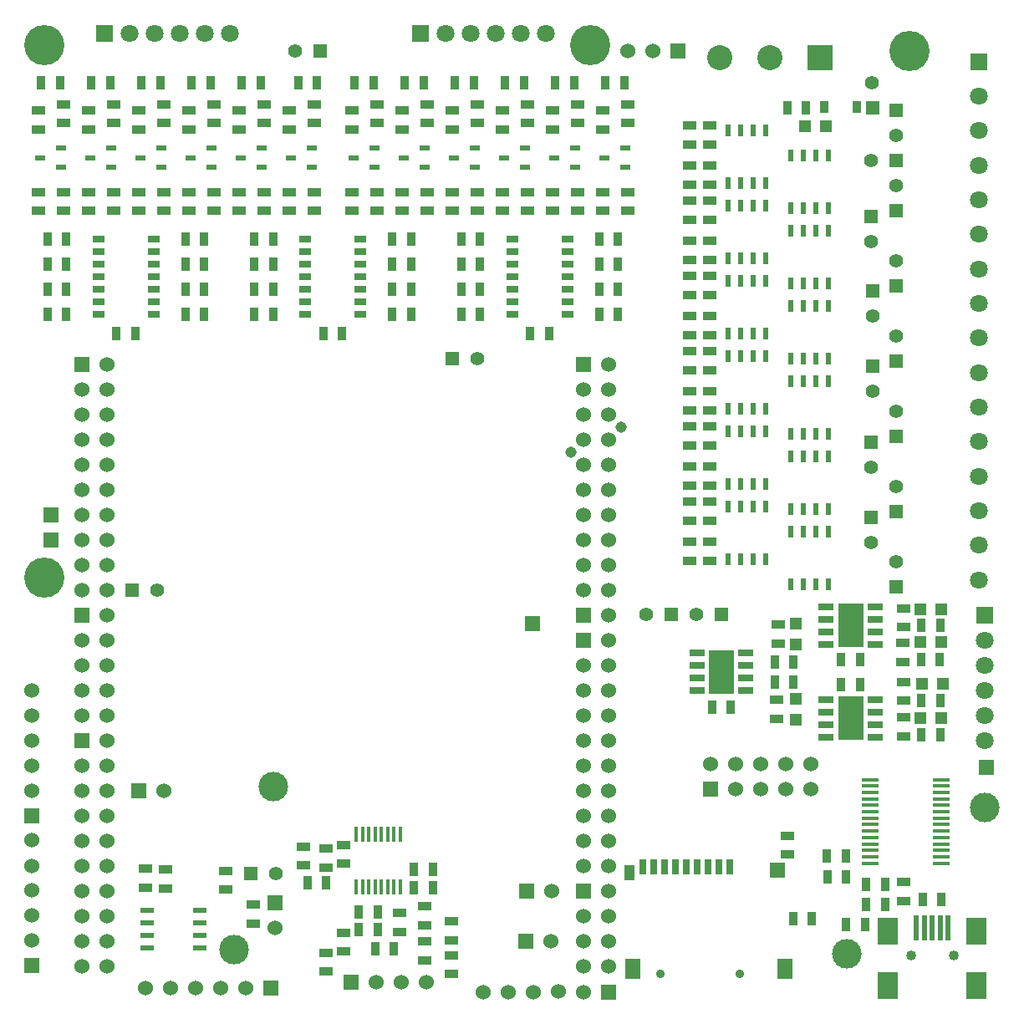
<source format=gts>
G04 (created by PCBNEW (2013-07-07 BZR 4022)-stable) date 31/03/2014 14:52:45*
%MOIN*%
G04 Gerber Fmt 3.4, Leading zero omitted, Abs format*
%FSLAX34Y34*%
G01*
G70*
G90*
G04 APERTURE LIST*
%ADD10C,0.00590551*%
%ADD11R,0.06X0.06*%
%ADD12C,0.06*%
%ADD13R,0.035X0.055*%
%ADD14R,0.055X0.035*%
%ADD15R,0.0177X0.059*%
%ADD16R,0.0394X0.0236*%
%ADD17R,0.05X0.025*%
%ADD18R,0.055X0.055*%
%ADD19C,0.055*%
%ADD20C,0.16*%
%ADD21R,0.0708661X0.0708661*%
%ADD22C,0.0708661*%
%ADD23R,0.065X0.016*%
%ADD24R,0.02X0.1*%
%ADD25R,0.0787402X0.11*%
%ADD26C,0.04*%
%ADD27R,0.03X0.06*%
%ADD28R,0.04X0.06*%
%ADD29R,0.06X0.08*%
%ADD30C,0.035*%
%ADD31C,0.11811*%
%ADD32R,0.02X0.045*%
%ADD33R,0.1X0.1*%
%ADD34C,0.1*%
%ADD35R,0.038X0.05*%
%ADD36R,0.0472X0.0472*%
%ADD37C,0.045*%
%ADD38R,0.0551X0.0236*%
%ADD39R,0.1X0.175*%
%ADD40R,0.06X0.03*%
G04 APERTURE END LIST*
G54D10*
G54D11*
X70000Y-71000D03*
G54D12*
X71000Y-71000D03*
X70000Y-72000D03*
X71000Y-72000D03*
X70000Y-73000D03*
X71000Y-73000D03*
X70000Y-74000D03*
X71000Y-74000D03*
G54D11*
X50000Y-60000D03*
G54D12*
X51000Y-60000D03*
X50000Y-61000D03*
X51000Y-61000D03*
X50000Y-62000D03*
X51000Y-62000D03*
X50000Y-63000D03*
X51000Y-63000D03*
X50000Y-64000D03*
X51000Y-64000D03*
G54D11*
X70000Y-60000D03*
G54D12*
X71000Y-60000D03*
G54D11*
X50000Y-64984D03*
G54D12*
X51000Y-64984D03*
X50000Y-65984D03*
X51000Y-65984D03*
X50000Y-66984D03*
X51000Y-66984D03*
X50000Y-67984D03*
X51000Y-67984D03*
X50000Y-68984D03*
X51000Y-68984D03*
X50000Y-69984D03*
X51000Y-69984D03*
X50000Y-70984D03*
X51000Y-70984D03*
X50000Y-71984D03*
X51000Y-71984D03*
X50000Y-72984D03*
X51000Y-72984D03*
X50000Y-73984D03*
X51000Y-73984D03*
G54D11*
X48000Y-73950D03*
G54D12*
X48000Y-72950D03*
X48000Y-71950D03*
X48000Y-70950D03*
X48000Y-70000D03*
X48000Y-68950D03*
G54D11*
X48000Y-68000D03*
G54D12*
X48000Y-67000D03*
X48000Y-66000D03*
X48000Y-65000D03*
X48000Y-64000D03*
X48000Y-63000D03*
G54D11*
X57525Y-74850D03*
G54D12*
X56525Y-74850D03*
X55525Y-74850D03*
X54525Y-74850D03*
X53525Y-74850D03*
X52525Y-74850D03*
G54D11*
X67725Y-71000D03*
G54D12*
X68725Y-71000D03*
G54D11*
X67700Y-73000D03*
G54D12*
X68700Y-73000D03*
G54D11*
X52274Y-67000D03*
G54D12*
X53274Y-67000D03*
G54D11*
X71000Y-75025D03*
G54D12*
X70000Y-75025D03*
X69000Y-75000D03*
X68000Y-75025D03*
X67000Y-75025D03*
X66000Y-75025D03*
G54D11*
X86050Y-66050D03*
G54D13*
X63241Y-70128D03*
X63991Y-70128D03*
X61041Y-72528D03*
X61791Y-72528D03*
G54D14*
X60416Y-69903D03*
X60416Y-69153D03*
X64716Y-74303D03*
X64716Y-73553D03*
X63666Y-73753D03*
X63666Y-73003D03*
G54D13*
X61691Y-73303D03*
X62441Y-73303D03*
G54D14*
X59716Y-74203D03*
X59716Y-73453D03*
X64716Y-72953D03*
X64716Y-72203D03*
X63666Y-72353D03*
X63666Y-71603D03*
X62666Y-72628D03*
X62666Y-71878D03*
X60416Y-73403D03*
X60416Y-72653D03*
G54D13*
X63991Y-70878D03*
X63241Y-70878D03*
X61041Y-71828D03*
X61791Y-71828D03*
G54D14*
X58825Y-69975D03*
X58825Y-69225D03*
X59716Y-69303D03*
X59716Y-70053D03*
G54D15*
X62691Y-68719D03*
X62441Y-68719D03*
X62191Y-68719D03*
X61941Y-68719D03*
X61691Y-68719D03*
X61441Y-68719D03*
X61191Y-68719D03*
X60941Y-68719D03*
X60941Y-70837D03*
X61191Y-70837D03*
X61441Y-70837D03*
X61691Y-70837D03*
X61941Y-70837D03*
X62191Y-70837D03*
X62441Y-70837D03*
X62691Y-70837D03*
G54D11*
X60716Y-74628D03*
G54D12*
X61716Y-74628D03*
X62716Y-74628D03*
X63716Y-74628D03*
G54D13*
X59741Y-70678D03*
X58991Y-70678D03*
G54D11*
X73750Y-37500D03*
G54D12*
X72750Y-37500D03*
X71750Y-37500D03*
G54D16*
X53166Y-42125D03*
X52334Y-41750D03*
X53166Y-41375D03*
X67666Y-42125D03*
X66834Y-41750D03*
X67666Y-41375D03*
X65666Y-42125D03*
X64834Y-41750D03*
X65666Y-41375D03*
X51166Y-42125D03*
X50334Y-41750D03*
X51166Y-41375D03*
X55166Y-42125D03*
X54334Y-41750D03*
X55166Y-41375D03*
X49166Y-42125D03*
X48334Y-41750D03*
X49166Y-41375D03*
X59166Y-42125D03*
X58334Y-41750D03*
X59166Y-41375D03*
X57166Y-42125D03*
X56334Y-41750D03*
X57166Y-41375D03*
X63666Y-42125D03*
X62834Y-41750D03*
X63666Y-41375D03*
X61666Y-42125D03*
X60834Y-41750D03*
X61666Y-41375D03*
G54D17*
X52850Y-48000D03*
X52850Y-47500D03*
X52850Y-47000D03*
X52850Y-46500D03*
X52850Y-46000D03*
X52850Y-45500D03*
X52850Y-45000D03*
X50650Y-45000D03*
X50650Y-45500D03*
X50650Y-46000D03*
X50650Y-46500D03*
X50650Y-47000D03*
X50650Y-47500D03*
X50650Y-48000D03*
X61100Y-48000D03*
X61100Y-47500D03*
X61100Y-47000D03*
X61100Y-46500D03*
X61100Y-46000D03*
X61100Y-45500D03*
X61100Y-45000D03*
X58900Y-45000D03*
X58900Y-45500D03*
X58900Y-46000D03*
X58900Y-46500D03*
X58900Y-47000D03*
X58900Y-47500D03*
X58900Y-48000D03*
X69350Y-48000D03*
X69350Y-47500D03*
X69350Y-47000D03*
X69350Y-46500D03*
X69350Y-46000D03*
X69350Y-45500D03*
X69350Y-45000D03*
X67150Y-45000D03*
X67150Y-45500D03*
X67150Y-46000D03*
X67150Y-46500D03*
X67150Y-47000D03*
X67150Y-47500D03*
X67150Y-48000D03*
G54D16*
X69666Y-42125D03*
X68834Y-41750D03*
X69666Y-41375D03*
X71666Y-42125D03*
X70834Y-41750D03*
X71666Y-41375D03*
G54D11*
X48750Y-57000D03*
X48750Y-56000D03*
G54D18*
X59500Y-37500D03*
G54D19*
X58500Y-37500D03*
G54D18*
X64750Y-49750D03*
G54D19*
X65750Y-49750D03*
G54D18*
X52000Y-59000D03*
G54D19*
X53000Y-59000D03*
G54D13*
X52125Y-48750D03*
X51375Y-48750D03*
X67875Y-48750D03*
X68625Y-48750D03*
X60375Y-48750D03*
X59625Y-48750D03*
X48625Y-47000D03*
X49375Y-47000D03*
X49375Y-48000D03*
X48625Y-48000D03*
X49125Y-38750D03*
X48375Y-38750D03*
X48625Y-46000D03*
X49375Y-46000D03*
X49375Y-45000D03*
X48625Y-45000D03*
X51125Y-38750D03*
X50375Y-38750D03*
X54875Y-46000D03*
X54125Y-46000D03*
X54125Y-45000D03*
X54875Y-45000D03*
X53125Y-38750D03*
X52375Y-38750D03*
X55125Y-38750D03*
X54375Y-38750D03*
X54125Y-48000D03*
X54875Y-48000D03*
X54875Y-47000D03*
X54125Y-47000D03*
G54D14*
X48250Y-43125D03*
X48250Y-43875D03*
X49250Y-39625D03*
X49250Y-40375D03*
X51250Y-43125D03*
X51250Y-43875D03*
X49250Y-43125D03*
X49250Y-43875D03*
X50250Y-43125D03*
X50250Y-43875D03*
X51250Y-39625D03*
X51250Y-40375D03*
X52250Y-43125D03*
X52250Y-43875D03*
X53250Y-39625D03*
X53250Y-40375D03*
X54250Y-43125D03*
X54250Y-43875D03*
X55250Y-39625D03*
X55250Y-40375D03*
G54D13*
X56875Y-47000D03*
X57625Y-47000D03*
G54D14*
X59250Y-39625D03*
X59250Y-40375D03*
X58250Y-43125D03*
X58250Y-43875D03*
X57250Y-39625D03*
X57250Y-40375D03*
X56250Y-43125D03*
X56250Y-43875D03*
X50250Y-39875D03*
X50250Y-40625D03*
X48250Y-39875D03*
X48250Y-40625D03*
G54D13*
X57125Y-38750D03*
X56375Y-38750D03*
X57625Y-48000D03*
X56875Y-48000D03*
X65125Y-47000D03*
X65875Y-47000D03*
X65875Y-48000D03*
X65125Y-48000D03*
X65625Y-38750D03*
X64875Y-38750D03*
X67625Y-38750D03*
X66875Y-38750D03*
X65875Y-45000D03*
X65125Y-45000D03*
X65125Y-46000D03*
X65875Y-46000D03*
G54D14*
X64750Y-43125D03*
X64750Y-43875D03*
X65750Y-43125D03*
X65750Y-43875D03*
X65750Y-39625D03*
X65750Y-40375D03*
X66750Y-43125D03*
X66750Y-43875D03*
X67750Y-43125D03*
X67750Y-43875D03*
X67750Y-39625D03*
X67750Y-40375D03*
X53250Y-43125D03*
X53250Y-43875D03*
X55250Y-43125D03*
X55250Y-43875D03*
X57250Y-43125D03*
X57250Y-43875D03*
X59250Y-43125D03*
X59250Y-43875D03*
G54D13*
X59375Y-38750D03*
X58625Y-38750D03*
G54D14*
X63750Y-43125D03*
X63750Y-43875D03*
X61750Y-43125D03*
X61750Y-43875D03*
G54D13*
X62375Y-45000D03*
X63125Y-45000D03*
X63125Y-46000D03*
X62375Y-46000D03*
G54D14*
X63750Y-39625D03*
X63750Y-40375D03*
X62750Y-43125D03*
X62750Y-43875D03*
X61750Y-39625D03*
X61750Y-40375D03*
X60750Y-43125D03*
X60750Y-43875D03*
G54D13*
X63125Y-47000D03*
X62375Y-47000D03*
X62375Y-48000D03*
X63125Y-48000D03*
X63625Y-38750D03*
X62875Y-38750D03*
X61625Y-38750D03*
X60875Y-38750D03*
G54D14*
X52250Y-39875D03*
X52250Y-40625D03*
X54250Y-39875D03*
X54250Y-40625D03*
X56250Y-39875D03*
X56250Y-40625D03*
X58250Y-39875D03*
X58250Y-40625D03*
X66750Y-39875D03*
X66750Y-40625D03*
X64750Y-39875D03*
X64750Y-40625D03*
X62750Y-39875D03*
X62750Y-40625D03*
X60750Y-39875D03*
X60750Y-40625D03*
G54D13*
X57625Y-45000D03*
X56875Y-45000D03*
X56875Y-46000D03*
X57625Y-46000D03*
X71375Y-46000D03*
X70625Y-46000D03*
X70625Y-45000D03*
X71375Y-45000D03*
X69625Y-38750D03*
X68875Y-38750D03*
X71625Y-38750D03*
X70875Y-38750D03*
X70625Y-48000D03*
X71375Y-48000D03*
X71375Y-47000D03*
X70625Y-47000D03*
G54D14*
X68750Y-43125D03*
X68750Y-43875D03*
X69750Y-43125D03*
X69750Y-43875D03*
X69750Y-39625D03*
X69750Y-40375D03*
X70750Y-43125D03*
X70750Y-43875D03*
X71750Y-43125D03*
X71750Y-43875D03*
X71750Y-39625D03*
X71750Y-40375D03*
X70750Y-39875D03*
X70750Y-40625D03*
X68750Y-39875D03*
X68750Y-40625D03*
G54D11*
X50000Y-49984D03*
G54D12*
X51000Y-49984D03*
X50000Y-50984D03*
X51000Y-50984D03*
X50000Y-51984D03*
X51000Y-51984D03*
X50000Y-52984D03*
X51000Y-52984D03*
X50000Y-53984D03*
X51000Y-53984D03*
X50000Y-54984D03*
X51000Y-54984D03*
X50000Y-55984D03*
X51000Y-55984D03*
X50000Y-56984D03*
X51000Y-56984D03*
X50000Y-57984D03*
X51000Y-57984D03*
X50000Y-58984D03*
X51000Y-58984D03*
G54D20*
X70250Y-37250D03*
X48500Y-58500D03*
X48500Y-37250D03*
G54D21*
X63500Y-36800D03*
G54D22*
X64500Y-36800D03*
X65500Y-36800D03*
X66500Y-36800D03*
X67500Y-36800D03*
X68500Y-36800D03*
G54D21*
X50900Y-36800D03*
G54D22*
X51900Y-36800D03*
X52900Y-36800D03*
X53900Y-36800D03*
X54900Y-36800D03*
X55900Y-36800D03*
G54D13*
X81275Y-71518D03*
X82025Y-71518D03*
G54D14*
X82750Y-71393D03*
X82750Y-70643D03*
G54D13*
X83525Y-71318D03*
X84275Y-71318D03*
X80475Y-70418D03*
X79725Y-70418D03*
X79699Y-69592D03*
X80449Y-69592D03*
X81275Y-70718D03*
X82025Y-70718D03*
X81225Y-72318D03*
X80475Y-72318D03*
G54D23*
X81433Y-68090D03*
X81433Y-68346D03*
X81433Y-68602D03*
X81433Y-68858D03*
X84267Y-67322D03*
X81433Y-67322D03*
X81433Y-67578D03*
X81433Y-67834D03*
X84267Y-69114D03*
X84267Y-68858D03*
X84267Y-68602D03*
X84267Y-68346D03*
X84267Y-68090D03*
X84267Y-67834D03*
X81433Y-69114D03*
X84267Y-67578D03*
X84267Y-67066D03*
X84267Y-66811D03*
X84267Y-66555D03*
X81433Y-66555D03*
X81433Y-66811D03*
X81433Y-67066D03*
X81433Y-69370D03*
X81433Y-69625D03*
X81433Y-69881D03*
X84267Y-69881D03*
X84267Y-69625D03*
X84267Y-69370D03*
G54D11*
X70000Y-60984D03*
G54D12*
X71000Y-60984D03*
X70000Y-61984D03*
X71000Y-61984D03*
X70000Y-62984D03*
X71000Y-62984D03*
X70000Y-63984D03*
X71000Y-63984D03*
X70000Y-64984D03*
X71000Y-64984D03*
X70000Y-65984D03*
X71000Y-65984D03*
X70000Y-66984D03*
X71000Y-66984D03*
X70000Y-67984D03*
X71000Y-67984D03*
X70000Y-68984D03*
X71000Y-68984D03*
X70000Y-69984D03*
X71000Y-69984D03*
G54D11*
X75050Y-66918D03*
G54D12*
X75050Y-65918D03*
X76050Y-66918D03*
X76050Y-65918D03*
X77050Y-66918D03*
X77050Y-65918D03*
X78050Y-66918D03*
X78050Y-65918D03*
X79050Y-66918D03*
X79050Y-65918D03*
G54D11*
X67969Y-60344D03*
G54D13*
X79100Y-72092D03*
X78350Y-72092D03*
G54D14*
X78125Y-69543D03*
X78125Y-68793D03*
G54D24*
X83270Y-72468D03*
X83585Y-72468D03*
X83900Y-72468D03*
X84214Y-72468D03*
X84529Y-72468D03*
G54D25*
X82128Y-74749D03*
X85671Y-74749D03*
X82128Y-72583D03*
X85671Y-72583D03*
G54D26*
X83050Y-73568D03*
X84750Y-73568D03*
G54D27*
X75832Y-70018D03*
X75399Y-70018D03*
X74966Y-70018D03*
X74533Y-70018D03*
X74100Y-70018D03*
X73666Y-70018D03*
X73233Y-70018D03*
X72800Y-70018D03*
X72367Y-70018D03*
G54D28*
X71837Y-70254D03*
G54D29*
X71974Y-74101D03*
X78037Y-74101D03*
G54D11*
X77714Y-70172D03*
G54D30*
X73076Y-74309D03*
X76225Y-74309D03*
G54D31*
X80500Y-73492D03*
X86000Y-67650D03*
G54D22*
X85750Y-58584D03*
X85750Y-57206D03*
G54D21*
X85750Y-37915D03*
G54D22*
X85750Y-39293D03*
X85750Y-40671D03*
X85750Y-42049D03*
X85750Y-43427D03*
X85750Y-44805D03*
X85750Y-46183D03*
X85750Y-47561D03*
X85750Y-48938D03*
X85750Y-50316D03*
X85750Y-51694D03*
X85750Y-53072D03*
X85750Y-54450D03*
X85750Y-55828D03*
G54D11*
X70000Y-49984D03*
G54D12*
X71000Y-49984D03*
X70000Y-50984D03*
X71000Y-50984D03*
X70000Y-51984D03*
X71000Y-51984D03*
X70000Y-52984D03*
X71000Y-52984D03*
X70000Y-53984D03*
X71000Y-53984D03*
X70000Y-54984D03*
X71000Y-54984D03*
X70000Y-55984D03*
X71000Y-55984D03*
X70000Y-56984D03*
X71000Y-56984D03*
X70000Y-57984D03*
X71000Y-57984D03*
X70000Y-58984D03*
X71000Y-58984D03*
G54D14*
X74225Y-40475D03*
X74225Y-41225D03*
X74225Y-42075D03*
X74225Y-42825D03*
X74225Y-43475D03*
X74225Y-44225D03*
X74225Y-45075D03*
X74225Y-45825D03*
X74225Y-46475D03*
X74225Y-47225D03*
X74225Y-48075D03*
X74225Y-48825D03*
G54D18*
X81474Y-53100D03*
G54D19*
X81474Y-54100D03*
G54D18*
X81474Y-44100D03*
G54D19*
X81474Y-45100D03*
G54D18*
X82474Y-52850D03*
G54D19*
X82474Y-51850D03*
G54D18*
X82474Y-43850D03*
G54D19*
X82474Y-42850D03*
G54D18*
X81525Y-50050D03*
G54D19*
X81525Y-51050D03*
G54D18*
X82474Y-39850D03*
G54D19*
X82474Y-40850D03*
G54D14*
X75025Y-47225D03*
X75025Y-46475D03*
X75025Y-48825D03*
X75025Y-48075D03*
X75025Y-44225D03*
X75025Y-43475D03*
X75025Y-45825D03*
X75025Y-45075D03*
X75025Y-42825D03*
X75025Y-42075D03*
X75025Y-41225D03*
X75025Y-40475D03*
G54D32*
X77275Y-48750D03*
X77275Y-46650D03*
X76775Y-48750D03*
X76275Y-48750D03*
X75775Y-48750D03*
X76775Y-46650D03*
X76275Y-46650D03*
X75775Y-46650D03*
X79775Y-49750D03*
X79775Y-47650D03*
X79275Y-49750D03*
X78775Y-49750D03*
X78275Y-49750D03*
X79275Y-47650D03*
X78775Y-47650D03*
X78275Y-47650D03*
X77275Y-45750D03*
X77275Y-43650D03*
X76775Y-45750D03*
X76275Y-45750D03*
X75775Y-45750D03*
X76775Y-43650D03*
X76275Y-43650D03*
X75775Y-43650D03*
X79775Y-43750D03*
X79775Y-41650D03*
X79275Y-43750D03*
X78775Y-43750D03*
X78275Y-43750D03*
X79275Y-41650D03*
X78775Y-41650D03*
X78275Y-41650D03*
X77275Y-42750D03*
X77275Y-40650D03*
X76775Y-42750D03*
X76275Y-42750D03*
X75775Y-42750D03*
X76775Y-40650D03*
X76275Y-40650D03*
X75775Y-40650D03*
X79775Y-46750D03*
X79775Y-44650D03*
X79275Y-46750D03*
X78775Y-46750D03*
X78275Y-46750D03*
X79275Y-44650D03*
X78775Y-44650D03*
X78275Y-44650D03*
X77275Y-54750D03*
X77275Y-52650D03*
X76775Y-54750D03*
X76275Y-54750D03*
X75775Y-54750D03*
X76775Y-52650D03*
X76275Y-52650D03*
X75775Y-52650D03*
X79775Y-58750D03*
X79775Y-56650D03*
X79275Y-58750D03*
X78775Y-58750D03*
X78275Y-58750D03*
X79275Y-56650D03*
X78775Y-56650D03*
X78275Y-56650D03*
X77275Y-57750D03*
X77275Y-55650D03*
X76775Y-57750D03*
X76275Y-57750D03*
X75775Y-57750D03*
X76775Y-55650D03*
X76275Y-55650D03*
X75775Y-55650D03*
X79775Y-55750D03*
X79775Y-53650D03*
X79275Y-55750D03*
X78775Y-55750D03*
X78275Y-55750D03*
X79275Y-53650D03*
X78775Y-53650D03*
X78275Y-53650D03*
X77275Y-51750D03*
X77275Y-49650D03*
X76775Y-51750D03*
X76275Y-51750D03*
X75775Y-51750D03*
X76775Y-49650D03*
X76275Y-49650D03*
X75775Y-49650D03*
X79775Y-52750D03*
X79775Y-50650D03*
X79275Y-52750D03*
X78775Y-52750D03*
X78275Y-52750D03*
X79275Y-50650D03*
X78775Y-50650D03*
X78275Y-50650D03*
G54D14*
X75025Y-57825D03*
X75025Y-57075D03*
X75025Y-56225D03*
X75025Y-55475D03*
X75025Y-53225D03*
X75025Y-52475D03*
X75025Y-54825D03*
X75025Y-54075D03*
X75025Y-50225D03*
X75025Y-49475D03*
X75025Y-51825D03*
X75025Y-51075D03*
G54D33*
X79425Y-37775D03*
G54D34*
X77425Y-37775D03*
X75425Y-37775D03*
G54D35*
X79610Y-39740D03*
X80900Y-39740D03*
G54D13*
X78125Y-39750D03*
X78875Y-39750D03*
G54D36*
X78837Y-40500D03*
X79663Y-40500D03*
G54D18*
X82474Y-46850D03*
G54D19*
X82474Y-45850D03*
G54D18*
X82474Y-55850D03*
G54D19*
X82474Y-54850D03*
G54D18*
X81525Y-47050D03*
G54D19*
X81525Y-48050D03*
G54D18*
X81474Y-56100D03*
G54D19*
X81474Y-57100D03*
G54D18*
X82474Y-49850D03*
G54D19*
X82474Y-48850D03*
G54D18*
X82474Y-58850D03*
G54D19*
X82474Y-57850D03*
G54D18*
X81525Y-39750D03*
G54D19*
X81500Y-38750D03*
G54D18*
X82474Y-41850D03*
G54D19*
X81474Y-41850D03*
G54D14*
X74225Y-49475D03*
X74225Y-50225D03*
X74225Y-51075D03*
X74225Y-51825D03*
X74225Y-52475D03*
X74225Y-53225D03*
X74225Y-54075D03*
X74225Y-54825D03*
X74225Y-55475D03*
X74225Y-56225D03*
X74225Y-57075D03*
X74225Y-57825D03*
G54D37*
X69500Y-53500D03*
X71500Y-52500D03*
G54D20*
X83000Y-37500D03*
G54D14*
X53337Y-70131D03*
X53337Y-70881D03*
X52512Y-70856D03*
X52512Y-70106D03*
X55737Y-70931D03*
X55737Y-70181D03*
G54D11*
X57688Y-71456D03*
G54D12*
X57688Y-72456D03*
G54D38*
X54687Y-71756D03*
X52587Y-71756D03*
X54687Y-72256D03*
X54687Y-72756D03*
X54687Y-73256D03*
X52587Y-72256D03*
X52587Y-72756D03*
X52587Y-73256D03*
G54D18*
X56712Y-70281D03*
G54D19*
X57712Y-70281D03*
G54D14*
X56812Y-71531D03*
X56812Y-72281D03*
G54D31*
X57637Y-66837D03*
X56062Y-73331D03*
G54D39*
X75500Y-62250D03*
G54D40*
X76475Y-63000D03*
X76475Y-62500D03*
X76475Y-62000D03*
X76475Y-61500D03*
X74525Y-63000D03*
X74525Y-62500D03*
X74525Y-62000D03*
X74525Y-61500D03*
G54D39*
X80650Y-64100D03*
G54D40*
X81625Y-64850D03*
X81625Y-64350D03*
X81625Y-63850D03*
X81625Y-63350D03*
X79675Y-64850D03*
X79675Y-64350D03*
X79675Y-63850D03*
X79675Y-63350D03*
G54D39*
X80650Y-60400D03*
G54D40*
X81625Y-61150D03*
X81625Y-60650D03*
X81625Y-60150D03*
X81625Y-59650D03*
X79675Y-61150D03*
X79675Y-60650D03*
X79675Y-60150D03*
X79675Y-59650D03*
G54D14*
X77700Y-64125D03*
X77700Y-63375D03*
G54D13*
X78375Y-62650D03*
X77625Y-62650D03*
G54D14*
X82750Y-62650D03*
X82750Y-63400D03*
X82725Y-61100D03*
X82725Y-61850D03*
G54D13*
X84200Y-61750D03*
X83450Y-61750D03*
X80275Y-62750D03*
X81025Y-62750D03*
X84225Y-60400D03*
X83475Y-60400D03*
G54D14*
X82750Y-59725D03*
X82750Y-60475D03*
G54D13*
X78375Y-61850D03*
X77625Y-61850D03*
G54D14*
X77750Y-60375D03*
X77750Y-61125D03*
G54D13*
X80275Y-61750D03*
X81025Y-61750D03*
X84225Y-63400D03*
X83475Y-63400D03*
X75125Y-63650D03*
X75875Y-63650D03*
X84225Y-64750D03*
X83475Y-64750D03*
G54D14*
X82750Y-64075D03*
X82750Y-64825D03*
G54D21*
X86000Y-60000D03*
G54D22*
X86000Y-61000D03*
X86000Y-62000D03*
X86000Y-63000D03*
X86000Y-64000D03*
X86000Y-65000D03*
G54D36*
X78450Y-64163D03*
X78450Y-63337D03*
X83487Y-62725D03*
X84313Y-62725D03*
X83437Y-61075D03*
X84263Y-61075D03*
X83437Y-59750D03*
X84263Y-59750D03*
X83437Y-64100D03*
X84263Y-64100D03*
X78450Y-60337D03*
X78450Y-61163D03*
G54D18*
X73500Y-59950D03*
G54D19*
X72500Y-59950D03*
G54D18*
X75500Y-59950D03*
G54D19*
X74500Y-59950D03*
M02*

</source>
